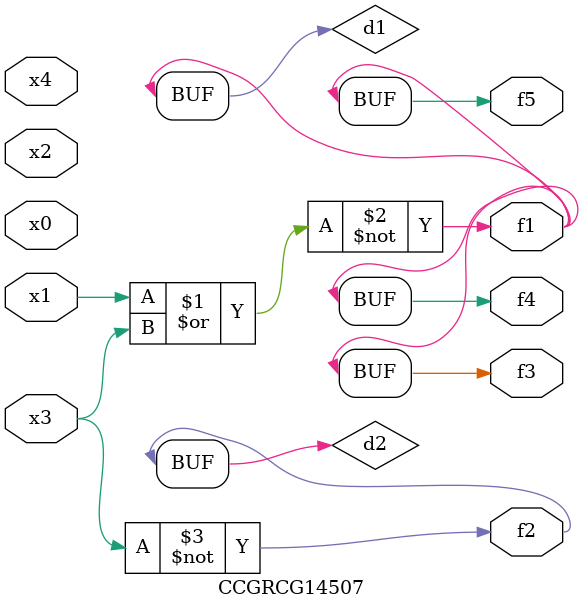
<source format=v>
module CCGRCG14507(
	input x0, x1, x2, x3, x4,
	output f1, f2, f3, f4, f5
);

	wire d1, d2;

	nor (d1, x1, x3);
	not (d2, x3);
	assign f1 = d1;
	assign f2 = d2;
	assign f3 = d1;
	assign f4 = d1;
	assign f5 = d1;
endmodule

</source>
